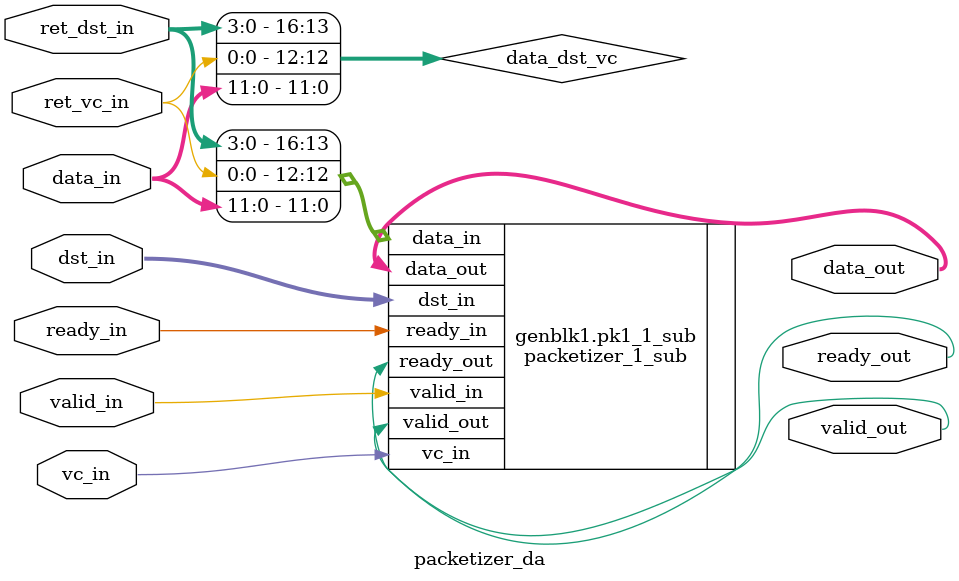
<source format=sv>
/*
 * function : take a data word/dest and insert proper packet and flit headers and also return dest and vc
 * author   : Mohamed S. Abdelfattah
 * date     : 13-OCT-2015
 */

module packetizer_da
#(
	parameter ADDRESS_WIDTH = 4,
	parameter VC_ADDRESS_WIDTH = 1,
	parameter WIDTH_IN  = 12,
	//parameter WIDTH_OUT = ((WIDTH_IN + 3*4 + ADDRESS_WIDTH + 4*VC_ADDRESS_WIDTH + 3)/4) * 4 
	parameter WIDTH_OUT = 36,
    parameter PACKETIZER_WIDTH = 1
)
(
	//input port
	input    [WIDTH_IN-1:0]      data_in,
	input                        valid_in,
	input  [  ADDRESS_WIDTH-1:0] dst_in,
	input [VC_ADDRESS_WIDTH-1:0] vc_in,
	input  [  ADDRESS_WIDTH-1:0] ret_dst_in,
	input [VC_ADDRESS_WIDTH-1:0] ret_vc_in,
	output                       ready_out,

	//output port
	output [WIDTH_OUT-1:0] data_out,
	output                 valid_out,
	input                  ready_in
);

//-------------------------------------------------------------------------
// Implementation
//-------------------------------------------------------------------------

localparam WIDTH_IN_MOD = WIDTH_IN + ADDRESS_WIDTH + VC_ADDRESS_WIDTH;

//synopsys translate off
always @ (*)
    if( (WIDTH_IN_MOD+3+ADDRESS_WIDTH+VC_ADDRESS_WIDTH) > WIDTH_OUT) begin
        $display("PACKETIZER_DA needs to pack %d bits, but only has %d bits",WIDTH_IN_MOD+3+ADDRESS_WIDTH+VC_ADDRESS_WIDTH,WIDTH_OUT);
        $finish(1);
    end
//synopsys translate on

reg [WIDTH_IN_MOD-1:0] data_dst_vc;
assign data_dst_vc = {ret_dst_in,ret_vc_in,data_in};


//choose the packetizer based on PACKETIZER_WIDTH parameter
generate

if(PACKETIZER_WIDTH == 1)
packetizer_1_sub
#(
    .ADDRESS_WIDTH(ADDRESS_WIDTH),
	.VC_ADDRESS_WIDTH(VC_ADDRESS_WIDTH),
	.WIDTH_IN(WIDTH_IN_MOD),
	.WIDTH_OUT(WIDTH_OUT)
)
pk1_1_sub
(
	.data_in(data_dst_vc),
	.valid_in(valid_in),
	.dst_in(dst_in),
	.vc_in(vc_in),
	.ready_out(ready_out),
	.data_out(data_out),
	.valid_out(valid_out),
	.ready_in(ready_in)
);
else if(PACKETIZER_WIDTH == 2)
packetizer_2_sub
#(
    .ADDRESS_WIDTH(ADDRESS_WIDTH),
	.VC_ADDRESS_WIDTH(VC_ADDRESS_WIDTH),
	.WIDTH_IN(WIDTH_IN_MOD),
	.WIDTH_OUT(WIDTH_OUT)
)
pk1_2_sub
(
	.data_in(data_dst_vc),
	.valid_in(valid_in),
	.dst_in(dst_in),
	.vc_in(vc_in),
	.ready_out(ready_out),
	.data_out(data_out),
	.valid_out(valid_out),
	.ready_in(ready_in)
);
else if(PACKETIZER_WIDTH == 3)
packetizer_3_sub
#(
    .ADDRESS_WIDTH(ADDRESS_WIDTH),
	.VC_ADDRESS_WIDTH(VC_ADDRESS_WIDTH),
	.WIDTH_IN(WIDTH_IN_MOD),
	.WIDTH_OUT(WIDTH_OUT)
)
pk1_3_sub
(
	.data_in(data_dst_vc),
	.valid_in(valid_in),
	.dst_in(dst_in),
	.vc_in(vc_in),
	.ready_out(ready_out),
	.data_out(data_out),
	.valid_out(valid_out),
	.ready_in(ready_in)
);
else if(PACKETIZER_WIDTH == 4)
packetizer_4_sub
#(
    .ADDRESS_WIDTH(ADDRESS_WIDTH),
	.VC_ADDRESS_WIDTH(VC_ADDRESS_WIDTH),
	.WIDTH_IN(WIDTH_IN_MOD),
	.WIDTH_OUT(WIDTH_OUT)
)
pk1_4_sub
(
	.data_in(data_dst_vc),
	.valid_in(valid_in),
	.dst_in(dst_in),
	.vc_in(vc_in),
	.ready_out(ready_out),
	.data_out(data_out),
	.valid_out(valid_out),
	.ready_in(ready_in)
);
endgenerate

endmodule

</source>
